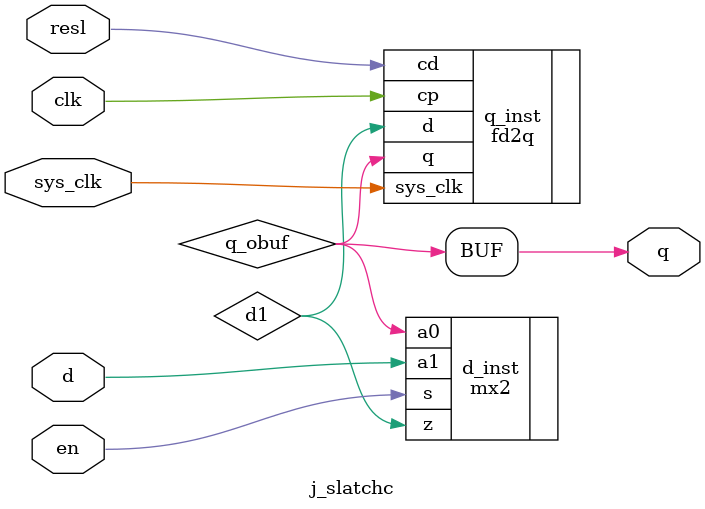
<source format=v>
/* verilator lint_off LITENDIAN */
`include "defs.v"

module j_slatchc
(
	output q,
	input d,
	input clk,
	input en,
	input resl,
	input sys_clk // Generated
);
wire d1;

// Output buffers
wire q_obuf;


// Output buffers
assign q = q_obuf;


// LEGO.NET (34) - d : mx2
mx2 d_inst
(
	.z /* OUT */ (d1),
	.a0 /* IN */ (q_obuf),
	.a1 /* IN */ (d),
	.s /* IN */ (en)
);

// LEGO.NET (35) - q : fd2q
fd2q q_inst
(
	.q /* OUT */ (q_obuf),
	.d /* IN */ (d1),
	.cp /* IN */ (clk),
	.cd /* IN */ (resl),
	.sys_clk(sys_clk) // Generated
);
endmodule
/* verilator lint_on LITENDIAN */

</source>
